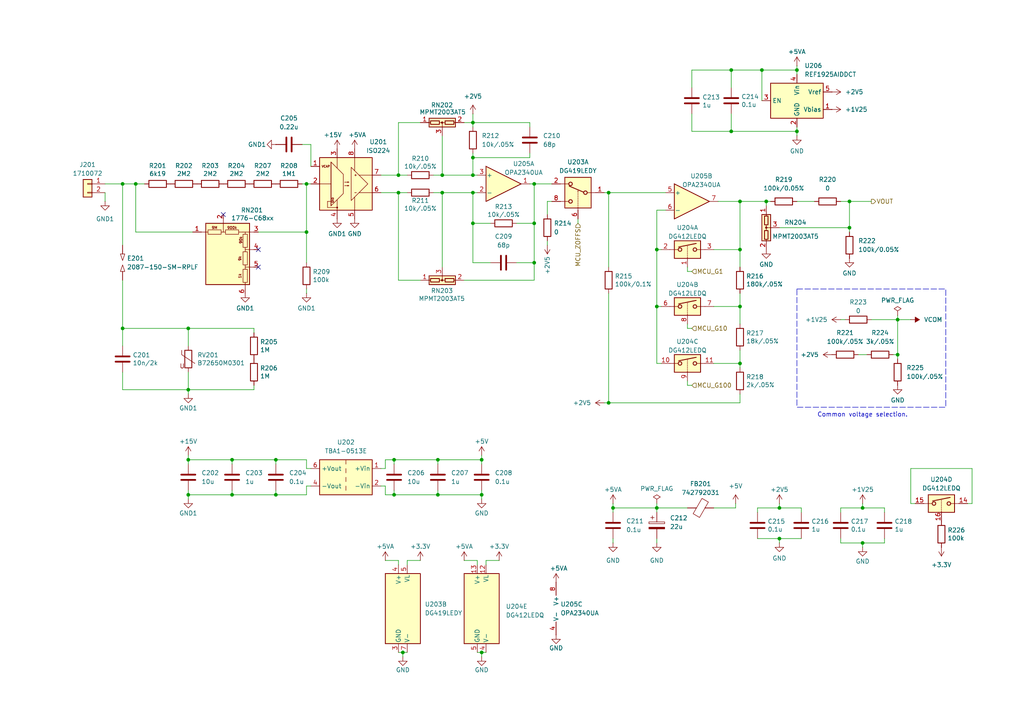
<source format=kicad_sch>
(kicad_sch (version 20231120) (generator "eeschema") (generator_version "8.0")
  (paper "A4")
  (lib_symbols
    (symbol "Amplifier_Operational:OPA2340" (pin_names (offset 0.127))
      (property "Reference" "U" (at 0 5.08 0))
      (property "Value" "OPA2340" (at 0 -5.08 0))
      (symbol "OPA2340_1_1"
        (pin output line (at 7.62 0 180) (length 2.54) (name "~") (number "1"))
        (pin input line (at -7.62 -2.54 0) (length 2.54) (name "-") (number "2"))
        (pin input line (at -7.62 2.54 0) (length 2.54) (name "+") (number "3"))
      )
      (symbol "OPA2340_2_1"
        (pin input line (at -7.62 2.54 0) (length 2.54) (name "+") (number "5"))
        (pin input line (at -7.62 -2.54 0) (length 2.54) (name "-") (number "6"))
        (pin output line (at 7.62 0 180) (length 2.54) (name "~") (number "7"))
      )
      (symbol "OPA2340_3_1"
        (pin power_in line (at -2.54 -7.62 90) (length 3.81) (name "V-") (number "4"))
        (pin power_in line (at -2.54 7.62 270) (length 3.81) (name "V+") (number "8"))
      )
    )
    (symbol "Analog_Switch:DG412xUE" (pin_names (offset 0.254))
      (property "Reference" "U" (at -3.175 5.334 0))
      (property "Value" "DG412xUE" (at -3.175 3.556 0))
      (symbol "DG412xUE_1_1"
        (pin input line (at 0 -5.08 90) (length 2.54) (name "~") (number "1"))
        (pin passive line (at -7.62 0 0) (length 2.54) (name "~") (number "2"))
        (pin passive line (at 7.62 0 180) (length 2.54) (name "~") (number "3"))
      )
      (symbol "DG412xUE_2_1"
        (pin passive line (at -7.62 0 0) (length 2.54) (name "~") (number "6"))
        (pin passive line (at 7.62 0 180) (length 2.54) (name "~") (number "7"))
        (pin input line (at 0 -5.08 90) (length 2.54) (name "~") (number "8"))
      )
      (symbol "DG412xUE_3_1"
        (pin passive line (at -7.62 0 0) (length 2.54) (name "~") (number "10"))
        (pin passive line (at 7.62 0 180) (length 2.54) (name "~") (number "11"))
        (pin input line (at 0 -5.08 90) (length 2.54) (name "~") (number "9"))
      )
      (symbol "DG412xUE_4_1"
        (pin passive line (at 7.62 0 180) (length 2.54) (name "~") (number "14"))
        (pin passive line (at -7.62 0 0) (length 2.54) (name "~") (number "15"))
        (pin input line (at 0 -5.08 90) (length 2.54) (name "~") (number "16"))
      )
      (symbol "DG412xUE_5_0"
        (pin power_in line (at 2.54 12.7 270) (length 2.54) (name "VL") (number "12"))
        (pin power_in line (at 0 12.7 270) (length 2.54) (name "V+") (number "13"))
        (pin power_in line (at 2.54 -12.7 90) (length 2.54) (name "V-") (number "4"))
        (pin power_in line (at 0 -12.7 90) (length 2.54) (name "GND") (number "5"))
      )
    )
    (symbol "Analog_Switch:DG419LDY" (pin_names (offset 0.254))
      (property "Reference" "U" (at -3.175 7.239 0))
      (property "Value" "DG419LDY" (at -3.175 5.461 0))
      (symbol "DG419LDY_1_1"
        (pin passive line (at -7.62 0 0) (length 2.54) (name "~") (number "1"))
        (pin passive line (at 7.62 2.54 180) (length 2.54) (name "~") (number "2"))
        (pin input line (at 0 -7.62 90) (length 2.54) (name "~") (number "6"))
        (pin passive line (at 7.62 -2.54 180) (length 2.54) (name "~") (number "8"))
      )
      (symbol "DG419LDY_2_0"
        (pin power_in line (at 0 -12.7 90) (length 2.54) (name "GND") (number "3"))
        (pin power_in line (at 0 12.7 270) (length 2.54) (name "V+") (number "4"))
        (pin power_in line (at 2.54 12.7 270) (length 2.54) (name "VL") (number "5"))
        (pin power_in line (at 2.54 -12.7 90) (length 2.54) (name "V-") (number "7"))
      )
    )
    (symbol "Connector_Generic:Conn_01x02" (pin_names (offset 1.016) hide)
      (property "Reference" "J" (at 0 2.54 0))
      (property "Value" "Conn_01x02" (at 0 -5.08 0))
      (symbol "Conn_01x02_1_1"
        (pin passive line (at -5.08 0 0) (length 3.81) (name "Pin_1") (number "1"))
        (pin passive line (at -5.08 -2.54 0) (length 3.81) (name "Pin_2") (number "2"))
      )
    )
    (symbol "Converter_DCDC:TBA1-0513E"
      (property "Reference" "U" (at -6.35 6.35 0))
      (property "Value" "TBA1-0513E" (at 2.54 6.35 0))
      (symbol "TBA1-0513E_1_1"
        (pin power_in line (at -10.16 2.54 0) (length 2.54) (name "+Vin") (number "1"))
        (pin power_in line (at -10.16 -2.54 0) (length 2.54) (name "-Vin") (number "2"))
        (pin power_out line (at 10.16 -2.54 180) (length 2.54) (name "-Vout") (number "4"))
        (pin power_out line (at 10.16 2.54 180) (length 2.54) (name "+Vout") (number "6"))
      )
    )
    (symbol "Device:C" (pin_numbers hide) (pin_names (offset 0.254))
      (property "Reference" "C" (at 0.635 2.54 0))
      (property "Value" "C" (at 0.635 -2.54 0))
      (symbol "C_1_1"
        (pin passive line (at 0 3.81 270) (length 2.794) (name "~") (number "1"))
        (pin passive line (at 0 -3.81 90) (length 2.794) (name "~") (number "2"))
      )
    )
    (symbol "Device:C_Polarized" (pin_numbers hide) (pin_names (offset 0.254))
      (property "Reference" "C" (at 0.635 2.54 0))
      (property "Value" "C_Polarized" (at 0.635 -2.54 0))
      (symbol "C_Polarized_1_1"
        (pin passive line (at 0 3.81 270) (length 2.794) (name "~") (number "1"))
        (pin passive line (at 0 -3.81 90) (length 2.794) (name "~") (number "2"))
      )
    )
    (symbol "Device:FerriteBead" (pin_numbers hide) (pin_names (offset 0))
      (property "Reference" "FB" (at -3.81 0.635 90))
      (property "Value" "FerriteBead" (at 3.81 0 90))
      (symbol "FerriteBead_1_1"
        (pin passive line (at 0 3.81 270) (length 2.54) (name "~") (number "1"))
        (pin passive line (at 0 -3.81 90) (length 2.54) (name "~") (number "2"))
      )
    )
    (symbol "Device:R" (pin_numbers hide) (pin_names (offset 0))
      (property "Reference" "R" (at 2.032 0 90))
      (property "Value" "R" (at 0 0 90))
      (symbol "R_1_1"
        (pin passive line (at 0 3.81 270) (length 1.27) (name "~") (number "1"))
        (pin passive line (at 0 -3.81 90) (length 1.27) (name "~") (number "2"))
      )
    )
    (symbol "Device:SparkGap" (pin_numbers hide) (pin_names (offset 0))
      (property "Reference" "E" (at 0 2.032 0))
      (property "Value" "SparkGap" (at 0 -1.905 0))
      (symbol "SparkGap_1_1"
        (pin passive line (at -5.08 0 0) (length 2.54) (name "~") (number "1"))
        (pin passive line (at 5.08 0 180) (length 2.54) (name "~") (number "2"))
      )
    )
    (symbol "Device:Varistor" (pin_numbers hide) (pin_names (offset 0))
      (property "Reference" "RV" (at 3.175 0 90))
      (property "Value" "Varistor" (at -3.175 0 90))
      (symbol "Varistor_0_0"
        (text "U" (at -1.778 -2.032 0) (effects (font (size 1.27 1.27))))
      )
      (symbol "Varistor_1_1"
        (pin passive line (at 0 3.81 270) (length 1.27) (name "~") (number "1"))
        (pin passive line (at 0 -3.81 90) (length 1.27) (name "~") (number "2"))
      )
    )
    (symbol "Device:VoltageDivider_CenterPin3" (pin_names (offset 0) hide)
      (property "Reference" "RN" (at -4.445 0 90))
      (property "Value" "VoltageDivider_CenterPin3" (at -2.54 0 90))
      (symbol "VoltageDivider_CenterPin3_1_1"
        (pin passive line (at 0 6.35 270) (length 2.54) (name "~") (number "1"))
        (pin passive line (at 0 -6.35 90) (length 2.54) (name "~") (number "2"))
        (pin passive line (at 3.81 0 180) (length 2.54) (name "~") (number "3"))
      )
    )
    (symbol "ETH1ISO224:+1V25" (power) (pin_numbers hide) (pin_names (offset 0) hide)
      (property "Value" "+1V25" (at 0 3.556 0))
      (symbol "+1V25_1_1"
        (pin power_in line (at 0 0 90) (length 0) (name "~") (number "1"))
      )
    )
    (symbol "ETH1ISO224:1776-C68xx" (pin_names (offset 0) hide)
      (property "Reference" "RN" (at 5.588 9.652 0))
      (property "Value" "1776-C68xx" (at 6.096 7.62 0))
      (symbol "1776-C68xx_1_1"
        (text "1k" (at 3.556 -8.89 900) (effects (font (size 0.762 0.762))))
        (text "900k" (at 1.27 5.08 0) (effects (font (size 0.762 0.762))))
        (text "90k" (at 3.81 1.524 900) (effects (font (size 0.762 0.762))))
        (text "9k" (at 3.556 -3.81 900) (effects (font (size 0.762 0.762))))
        (text "9M" (at -3.81 5.08 0) (effects (font (size 0.762 0.762))))
        (pin passive line (at -10.16 3.81 0) (length 2.54) (name "common") (number "1"))
        (pin passive line (at -1.27 8.89 270) (length 1.27) (name "R1") (number "2"))
        (pin passive line (at 8.89 3.81 180) (length 1.27) (name "R2") (number "3"))
        (pin passive line (at 8.89 -1.27 180) (length 1.27) (name "R3") (number "4"))
        (pin passive line (at 8.89 -6.35 180) (length 1.27) (name "R4") (number "5"))
        (pin passive line (at 5.08 -13.97 90) (length 1.27) (name "R5") (number "6"))
      )
    )
    (symbol "ETH1ISO224:ISO224" (pin_names (offset 0) hide)
      (property "Reference" "U" (at -5.08 10.795 0))
      (property "Value" "ISO224" (at -5.08 8.89 0))
      (symbol "ISO224_0_0"
        (text "GND" (at -3.81 -4.699 900) (effects (font (size 0.508 0.508))))
      )
      (symbol "ISO224_1_1"
        (text "VCAP" (at -5.842 5.08 0) (effects (font (size 0.635 0.635))))
        (pin input line (at -10.16 5.08 0) (length 2.54) (name "VCP") (number "1"))
        (pin input line (at -10.16 0 0) (length 2.54) (name "IN") (number "2"))
        (pin power_in line (at -2.54 10.16 270) (length 2.54) (name "VDD1") (number "3"))
        (pin power_in line (at -2.54 -10.16 90) (length 2.54) (name "GND1") (number "4"))
        (pin power_in line (at 2.54 -10.16 90) (length 2.54) (name "GND2") (number "5"))
        (pin output line (at 10.16 -2.54 180) (length 2.54) (name "OUT-") (number "6"))
        (pin output line (at 10.16 2.54 180) (length 2.54) (name "OUT+") (number "7"))
        (pin power_in line (at 2.54 10.16 270) (length 2.54) (name "VDD2") (number "8"))
      )
    )
    (symbol "ETH1ISO224:REF19xxAIDDCT"
      (property "Reference" "U" (at 2.54 8.89 0))
      (property "Value" "REF19xxAIDDCT" (at 1.27 6.35 0))
      (symbol "REF19xxAIDDCT_1_1"
        (pin power_out line (at 10.16 -2.54 180) (length 2.54) (name "Vbias") (number "1"))
        (pin power_in line (at 0 -7.62 90) (length 2.54) (name "GND") (number "2"))
        (pin input line (at -10.16 0 0) (length 2.54) (name "EN") (number "3"))
        (pin power_in line (at 0 7.62 270) (length 2.54) (name "Vin") (number "4"))
        (pin power_out line (at 10.16 2.54 180) (length 2.54) (name "Vref") (number "5"))
      )
    )
    (symbol "power:+15V" (power) (pin_numbers hide) (pin_names (offset 0) hide)
      (property "Value" "+15V" (at 0 3.556 0))
      (symbol "+15V_1_1"
        (pin power_in line (at 0 0 90) (length 0) (name "~") (number "1"))
      )
    )
    (symbol "power:+2V5" (power) (pin_numbers hide) (pin_names (offset 0) hide)
      (property "Value" "+2V5" (at 0 3.556 0))
      (symbol "+2V5_1_1"
        (pin power_in line (at 0 0 90) (length 0) (name "~") (number "1"))
      )
    )
    (symbol "power:+3.3V" (power) (pin_numbers hide) (pin_names (offset 0) hide)
      (property "Value" "+3.3V" (at 0 3.556 0))
      (symbol "+3.3V_1_1"
        (pin power_in line (at 0 0 90) (length 0) (name "~") (number "1"))
      )
    )
    (symbol "power:+5V" (power) (pin_numbers hide) (pin_names (offset 0) hide)
      (property "Value" "+5V" (at 0 3.556 0))
      (symbol "+5V_1_1"
        (pin power_in line (at 0 0 90) (length 0) (name "~") (number "1"))
      )
    )
    (symbol "power:+5VA" (power) (pin_numbers hide) (pin_names (offset 0) hide)
      (property "Value" "+5VA" (at 0 3.556 0))
      (symbol "+5VA_1_1"
        (pin power_in line (at 0 0 90) (length 0) (name "~") (number "1"))
      )
    )
    (symbol "power:GND" (power) (pin_numbers hide) (pin_names (offset 0) hide)
      (property "Value" "GND" (at 0 -3.81 0))
      (symbol "GND_1_1"
        (pin power_in line (at 0 0 270) (length 0) (name "~") (number "1"))
      )
    )
    (symbol "power:GND1" (power) (pin_numbers hide) (pin_names (offset 0) hide)
      (property "Value" "GND1" (at 0 -3.81 0))
      (symbol "GND1_1_1"
        (pin power_in line (at 0 0 270) (length 0) (name "~") (number "1"))
      )
    )
    (symbol "power:PWR_FLAG" (power) (pin_numbers hide) (pin_names (offset 0) hide)
      (property "Value" "PWR_FLAG" (at 0 3.81 0))
      (symbol "PWR_FLAG_0_0"
        (pin power_out line (at 0 0 90) (length 0) (name "~") (number "1"))
      )
    )
    (symbol "power:VCOM" (power) (pin_numbers hide) (pin_names (offset 0) hide)
      (property "Value" "VCOM" (at 0 3.556 0))
      (symbol "VCOM_1_1"
        (pin power_in line (at 0 0 90) (length 0) (name "~") (number "1"))
      )
    )
  )
  (junction (at 212.09 20.32))
  (junction (at 190.5 147.32))
  (junction (at 154.94 76.2))
  (junction (at 260.35 102.87))
  (junction (at 137.16 45.72))
  (junction (at 220.98 20.32))
  (junction (at 190.5 88.9))
  (junction (at 67.31 133.35))
  (junction (at 139.7 143.51))
  (junction (at 176.53 55.88))
  (junction (at 54.61 95.25))
  (junction (at 139.7 133.35))
  (junction (at 154.94 64.77))
  (junction (at 226.06 156.21))
  (junction (at 190.5 72.39))
  (junction (at 80.01 133.35))
  (junction (at 246.38 66.04))
  (junction (at 250.19 147.32))
  (junction (at 116.84 189.23))
  (junction (at 137.16 50.8))
  (junction (at 214.63 58.42))
  (junction (at 139.7 189.23))
  (junction (at 212.09 38.1))
  (junction (at 128.27 55.88))
  (junction (at 35.56 53.34))
  (junction (at 137.16 35.56))
  (junction (at 127 133.35))
  (junction (at 67.31 143.51))
  (junction (at 246.38 58.42))
  (junction (at 88.9 67.31))
  (junction (at 214.63 88.9))
  (junction (at 154.94 53.34))
  (junction (at 177.8 147.32))
  (junction (at 128.27 50.8))
  (junction (at 176.53 116.84))
  (junction (at 137.16 64.77))
  (junction (at 226.06 147.32))
  (junction (at 54.61 113.03))
  (junction (at 127 143.51))
  (junction (at 231.14 38.1))
  (junction (at 115.57 55.88))
  (junction (at 39.37 53.34))
  (junction (at 54.61 143.51))
  (junction (at 214.63 105.41))
  (junction (at 250.19 157.48))
  (junction (at 114.3 143.51))
  (junction (at 35.56 95.25))
  (junction (at 214.63 72.39))
  (junction (at 260.35 92.71))
  (junction (at 231.14 20.32))
  (junction (at 137.16 55.88))
  (junction (at 54.61 133.35))
  (junction (at 114.3 133.35))
  (junction (at 115.57 50.8))
  (junction (at 80.01 143.51))
  (junction (at 222.25 58.42))
  (junction (at 88.9 53.34))
  (no_connect (at 74.93 72.39))
  (no_connect (at 64.77 62.23))
  (no_connect (at 74.93 77.47))
  (wire (pts (xy 80.01 133.35) (xy 67.31 133.35)))
  (wire (pts (xy 137.16 44.45) (xy 137.16 45.72)))
  (wire (pts (xy 176.53 55.88) (xy 176.53 77.47)))
  (wire (pts (xy 226.06 66.04) (xy 246.38 66.04)))
  (wire (pts (xy 67.31 143.51) (xy 80.01 143.51)))
  (wire (pts (xy 260.35 104.14) (xy 260.35 102.87)))
  (wire (pts (xy 54.61 132.08) (xy 54.61 133.35)))
  (wire (pts (xy 158.75 69.85) (xy 158.75 71.12)))
  (wire (pts (xy 115.57 55.88) (xy 115.57 81.28)))
  (wire (pts (xy 137.16 33.02) (xy 137.16 35.56)))
  (wire (pts (xy 154.94 53.34) (xy 160.02 53.34)))
  (wire (pts (xy 111.76 135.89) (xy 110.49 135.89)))
  (wire (pts (xy 190.5 72.39) (xy 190.5 60.96)))
  (wire (pts (xy 35.56 81.28) (xy 35.56 95.25)))
  (wire (pts (xy 212.09 20.32) (xy 220.98 20.32)))
  (wire (pts (xy 260.35 91.44) (xy 260.35 92.71)))
  (wire (pts (xy 190.5 147.32) (xy 199.39 147.32)))
  (wire (pts (xy 175.26 116.84) (xy 176.53 116.84)))
  (wire (pts (xy 200.66 111.76) (xy 199.39 111.76)))
  (wire (pts (xy 226.06 147.32) (xy 219.71 147.32)))
  (wire (pts (xy 214.63 77.47) (xy 214.63 72.39)))
  (wire (pts (xy 121.92 35.56) (xy 115.57 35.56)))
  (wire (pts (xy 67.31 133.35) (xy 67.31 134.62)))
  (wire (pts (xy 158.75 58.42) (xy 160.02 58.42)))
  (wire (pts (xy 214.63 116.84) (xy 214.63 114.3)))
  (wire (pts (xy 138.43 162.56) (xy 134.62 162.56)))
  (wire (pts (xy 190.5 88.9) (xy 191.77 88.9)))
  (wire (pts (xy 80.01 134.62) (xy 80.01 133.35)))
  (wire (pts (xy 222.25 58.42) (xy 214.63 58.42)))
  (wire (pts (xy 243.84 58.42) (xy 246.38 58.42)))
  (wire (pts (xy 243.84 147.32) (xy 243.84 148.59)))
  (wire (pts (xy 110.49 50.8) (xy 115.57 50.8)))
  (wire (pts (xy 128.27 55.88) (xy 137.16 55.88)))
  (wire (pts (xy 80.01 133.35) (xy 88.9 133.35)))
  (wire (pts (xy 231.14 38.1) (xy 231.14 39.37)))
  (wire (pts (xy 214.63 58.42) (xy 208.28 58.42)))
  (wire (pts (xy 281.94 146.05) (xy 280.67 146.05)))
  (wire (pts (xy 260.35 102.87) (xy 260.35 92.71)))
  (wire (pts (xy 231.14 20.32) (xy 231.14 21.59)))
  (wire (pts (xy 219.71 156.21) (xy 226.06 156.21)))
  (wire (pts (xy 212.09 33.02) (xy 212.09 38.1)))
  (wire (pts (xy 158.75 62.23) (xy 158.75 58.42)))
  (wire (pts (xy 200.66 78.74) (xy 199.39 78.74)))
  (wire (pts (xy 264.16 135.89) (xy 281.94 135.89)))
  (wire (pts (xy 90.17 135.89) (xy 88.9 135.89)))
  (wire (pts (xy 213.36 146.05) (xy 213.36 147.32)))
  (wire (pts (xy 191.77 105.41) (xy 190.5 105.41)))
  (wire (pts (xy 212.09 20.32) (xy 212.09 25.4)))
  (wire (pts (xy 114.3 143.51) (xy 114.3 142.24)))
  (wire (pts (xy 144.78 162.56) (xy 140.97 162.56)))
  (wire (pts (xy 212.09 38.1) (xy 200.66 38.1)))
  (wire (pts (xy 252.73 92.71) (xy 260.35 92.71)))
  (wire (pts (xy 35.56 107.95) (xy 35.56 113.03)))
  (wire (pts (xy 207.01 88.9) (xy 214.63 88.9)))
  (wire (pts (xy 190.5 156.21) (xy 190.5 157.48)))
  (wire (pts (xy 127 133.35) (xy 127 134.62)))
  (wire (pts (xy 128.27 50.8) (xy 137.16 50.8)))
  (wire (pts (xy 177.8 146.05) (xy 177.8 147.32)))
  (wire (pts (xy 74.93 67.31) (xy 88.9 67.31)))
  (wire (pts (xy 153.67 36.83) (xy 153.67 35.56)))
  (wire (pts (xy 30.48 53.34) (xy 35.56 53.34)))
  (wire (pts (xy 250.19 157.48) (xy 250.19 158.75)))
  (wire (pts (xy 139.7 189.23) (xy 140.97 189.23)))
  (wire (pts (xy 199.39 78.74) (xy 199.39 77.47)))
  (wire (pts (xy 232.41 147.32) (xy 232.41 148.59)))
  (wire (pts (xy 116.84 189.23) (xy 118.11 189.23)))
  (wire (pts (xy 246.38 66.04) (xy 246.38 67.31)))
  (wire (pts (xy 140.97 162.56) (xy 140.97 163.83)))
  (wire (pts (xy 264.16 146.05) (xy 264.16 135.89)))
  (wire (pts (xy 137.16 45.72) (xy 137.16 50.8)))
  (wire (pts (xy 88.9 135.89) (xy 88.9 133.35)))
  (wire (pts (xy 149.86 64.77) (xy 154.94 64.77)))
  (wire (pts (xy 115.57 162.56) (xy 111.76 162.56)))
  (wire (pts (xy 246.38 66.04) (xy 246.38 58.42)))
  (wire (pts (xy 222.25 59.69) (xy 222.25 58.42)))
  (wire (pts (xy 232.41 147.32) (xy 226.06 147.32)))
  (wire (pts (xy 39.37 67.31) (xy 39.37 53.34)))
  (wire (pts (xy 54.61 143.51) (xy 67.31 143.51)))
  (wire (pts (xy 214.63 72.39) (xy 214.63 58.42)))
  (wire (pts (xy 111.76 143.51) (xy 114.3 143.51)))
  (wire (pts (xy 214.63 88.9) (xy 214.63 85.09)))
  (wire (pts (xy 207.01 72.39) (xy 214.63 72.39)))
  (wire (pts (xy 139.7 143.51) (xy 127 143.51)))
  (wire (pts (xy 121.92 81.28) (xy 115.57 81.28)))
  (wire (pts (xy 243.84 157.48) (xy 250.19 157.48)))
  (wire (pts (xy 128.27 39.37) (xy 128.27 50.8)))
  (wire (pts (xy 154.94 76.2) (xy 154.94 64.77)))
  (wire (pts (xy 134.62 35.56) (xy 137.16 35.56)))
  (wire (pts (xy 139.7 189.23) (xy 139.7 190.5)))
  (wire (pts (xy 139.7 134.62) (xy 139.7 133.35)))
  (wire (pts (xy 243.84 156.21) (xy 243.84 157.48)))
  (wire (pts (xy 256.54 156.21) (xy 256.54 157.48)))
  (wire (pts (xy 73.66 96.52) (xy 73.66 95.25)))
  (wire (pts (xy 138.43 189.23) (xy 139.7 189.23)))
  (wire (pts (xy 35.56 113.03) (xy 54.61 113.03)))
  (wire (pts (xy 137.16 45.72) (xy 153.67 45.72)))
  (wire (pts (xy 199.39 95.25) (xy 199.39 93.98)))
  (wire (pts (xy 154.94 81.28) (xy 154.94 76.2)))
  (wire (pts (xy 256.54 147.32) (xy 256.54 148.59)))
  (wire (pts (xy 243.84 147.32) (xy 250.19 147.32)))
  (wire (pts (xy 260.35 92.71) (xy 264.16 92.71)))
  (wire (pts (xy 87.63 53.34) (xy 88.9 53.34)))
  (wire (pts (xy 222.25 58.42) (xy 223.52 58.42)))
  (wire (pts (xy 226.06 156.21) (xy 226.06 157.48)))
  (wire (pts (xy 54.61 144.78) (xy 54.61 143.51)))
  (wire (pts (xy 39.37 53.34) (xy 41.91 53.34)))
  (wire (pts (xy 176.53 116.84) (xy 214.63 116.84)))
  (wire (pts (xy 54.61 113.03) (xy 73.66 113.03)))
  (wire (pts (xy 35.56 53.34) (xy 39.37 53.34)))
  (wire (pts (xy 139.7 144.78) (xy 139.7 143.51)))
  (wire (pts (xy 54.61 113.03) (xy 54.61 114.3)))
  (wire (pts (xy 90.17 140.97) (xy 88.9 140.97)))
  (wire (pts (xy 214.63 105.41) (xy 214.63 106.68)))
  (wire (pts (xy 73.66 95.25) (xy 54.61 95.25)))
  (wire (pts (xy 167.64 63.5) (xy 167.64 64.77)))
  (wire (pts (xy 220.98 20.32) (xy 231.14 20.32)))
  (wire (pts (xy 259.08 102.87) (xy 260.35 102.87)))
  (wire (pts (xy 137.16 55.88) (xy 137.16 64.77)))
  (wire (pts (xy 177.8 147.32) (xy 190.5 147.32)))
  (wire (pts (xy 111.76 140.97) (xy 110.49 140.97)))
  (wire (pts (xy 88.9 76.2) (xy 88.9 67.31)))
  (wire (pts (xy 88.9 83.82) (xy 88.9 85.09)))
  (wire (pts (xy 265.43 146.05) (xy 264.16 146.05)))
  (wire (pts (xy 207.01 105.41) (xy 214.63 105.41)))
  (wire (pts (xy 73.66 113.03) (xy 73.66 111.76)))
  (wire (pts (xy 54.61 143.51) (xy 54.61 142.24)))
  (wire (pts (xy 231.14 36.83) (xy 231.14 38.1)))
  (wire (pts (xy 54.61 133.35) (xy 54.61 134.62)))
  (wire (pts (xy 250.19 146.05) (xy 250.19 147.32)))
  (wire (pts (xy 137.16 76.2) (xy 137.16 64.77)))
  (wire (pts (xy 114.3 133.35) (xy 114.3 134.62)))
  (wire (pts (xy 190.5 60.96) (xy 193.04 60.96)))
  (wire (pts (xy 190.5 147.32) (xy 190.5 148.59)))
  (wire (pts (xy 54.61 107.95) (xy 54.61 113.03)))
  (wire (pts (xy 226.06 146.05) (xy 226.06 147.32)))
  (wire (pts (xy 153.67 35.56) (xy 137.16 35.56)))
  (wire (pts (xy 200.66 38.1) (xy 200.66 33.02)))
  (wire (pts (xy 67.31 133.35) (xy 54.61 133.35)))
  (wire (pts (xy 127 133.35) (xy 139.7 133.35)))
  (wire (pts (xy 176.53 85.09) (xy 176.53 116.84)))
  (wire (pts (xy 231.14 19.05) (xy 231.14 20.32)))
  (wire (pts (xy 142.24 76.2) (xy 137.16 76.2)))
  (wire (pts (xy 128.27 55.88) (xy 128.27 77.47)))
  (wire (pts (xy 138.43 163.83) (xy 138.43 162.56)))
  (wire (pts (xy 138.43 55.88) (xy 137.16 55.88)))
  (wire (pts (xy 200.66 20.32) (xy 212.09 20.32)))
  (wire (pts (xy 219.71 147.32) (xy 219.71 148.59)))
  (wire (pts (xy 248.92 102.87) (xy 251.46 102.87)))
  (wire (pts (xy 35.56 71.12) (xy 35.56 53.34)))
  (wire (pts (xy 177.8 148.59) (xy 177.8 147.32)))
  (wire (pts (xy 153.67 45.72) (xy 153.67 44.45)))
  (wire (pts (xy 199.39 111.76) (xy 199.39 110.49)))
  (wire (pts (xy 154.94 53.34) (xy 153.67 53.34)))
  (wire (pts (xy 190.5 105.41) (xy 190.5 88.9)))
  (wire (pts (xy 90.17 41.91) (xy 90.17 48.26)))
  (wire (pts (xy 134.62 81.28) (xy 154.94 81.28)))
  (wire (pts (xy 190.5 88.9) (xy 190.5 72.39)))
  (wire (pts (xy 54.61 95.25) (xy 35.56 95.25)))
  (wire (pts (xy 39.37 67.31) (xy 55.88 67.31)))
  (wire (pts (xy 54.61 100.33) (xy 54.61 95.25)))
  (wire (pts (xy 214.63 88.9) (xy 214.63 93.98)))
  (wire (pts (xy 88.9 67.31) (xy 88.9 53.34)))
  (wire (pts (xy 137.16 35.56) (xy 137.16 36.83)))
  (wire (pts (xy 207.01 147.32) (xy 213.36 147.32)))
  (wire (pts (xy 220.98 20.32) (xy 220.98 29.21)))
  (wire (pts (xy 118.11 162.56) (xy 118.11 163.83)))
  (wire (pts (xy 246.38 58.42) (xy 252.73 58.42)))
  (wire (pts (xy 245.11 92.71) (xy 243.84 92.71)))
  (wire (pts (xy 88.9 143.51) (xy 80.01 143.51)))
  (wire (pts (xy 190.5 72.39) (xy 191.77 72.39)))
  (wire (pts (xy 111.76 143.51) (xy 111.76 140.97)))
  (wire (pts (xy 111.76 133.35) (xy 114.3 133.35)))
  (wire (pts (xy 121.92 162.56) (xy 118.11 162.56)))
  (wire (pts (xy 114.3 133.35) (xy 127 133.35)))
  (wire (pts (xy 200.66 95.25) (xy 199.39 95.25)))
  (wire (pts (xy 110.49 55.88) (xy 115.57 55.88)))
  (wire (pts (xy 236.22 58.42) (xy 231.14 58.42)))
  (wire (pts (xy 175.26 55.88) (xy 176.53 55.88)))
  (wire (pts (xy 116.84 189.23) (xy 116.84 190.5)))
  (wire (pts (xy 115.57 163.83) (xy 115.57 162.56)))
  (wire (pts (xy 118.11 50.8) (xy 115.57 50.8)))
  (wire (pts (xy 30.48 58.42) (xy 30.48 55.88)))
  (wire (pts (xy 142.24 64.77) (xy 137.16 64.77)))
  (wire (pts (xy 138.43 50.8) (xy 137.16 50.8)))
  (wire (pts (xy 139.7 142.24) (xy 139.7 143.51)))
  (wire (pts (xy 125.73 55.88) (xy 128.27 55.88)))
  (wire (pts (xy 226.06 156.21) (xy 232.41 156.21)))
  (wire (pts (xy 67.31 142.24) (xy 67.31 143.51)))
  (wire (pts (xy 231.14 38.1) (xy 212.09 38.1)))
  (wire (pts (xy 127 143.51) (xy 114.3 143.51)))
  (wire (pts (xy 177.8 156.21) (xy 177.8 157.48)))
  (wire (pts (xy 115.57 189.23) (xy 116.84 189.23)))
  (wire (pts (xy 154.94 64.77) (xy 154.94 53.34)))
  (wire (pts (xy 250.19 147.32) (xy 256.54 147.32)))
  (wire (pts (xy 214.63 105.41) (xy 214.63 101.6)))
  (wire (pts (xy 125.73 50.8) (xy 128.27 50.8)))
  (wire (pts (xy 111.76 133.35) (xy 111.76 135.89)))
  (wire (pts (xy 281.94 135.89) (xy 281.94 146.05)))
  (wire (pts (xy 176.53 55.88) (xy 193.04 55.88)))
  (wire (pts (xy 118.11 55.88) (xy 115.57 55.88)))
  (wire (pts (xy 88.9 53.34) (xy 90.17 53.34)))
  (wire (pts (xy 250.19 157.48) (xy 256.54 157.48)))
  (wire (pts (xy 87.63 41.91) (xy 90.17 41.91)))
  (wire (pts (xy 115.57 35.56) (xy 115.57 50.8)))
  (wire (pts (xy 80.01 143.51) (xy 80.01 142.24)))
  (wire (pts (xy 127 142.24) (xy 127 143.51)))
  (wire (pts (xy 139.7 132.08) (xy 139.7 133.35)))
  (wire (pts (xy 200.66 25.4) (xy 200.66 20.32)))
  (wire (pts (xy 88.9 140.97) (xy 88.9 143.51)))
  (wire (pts (xy 35.56 95.25) (xy 35.56 100.33)))
  (wire (pts (xy 190.5 146.05) (xy 190.5 147.32)))
  (wire (pts (xy 149.86 76.2) (xy 154.94 76.2)))
  (rectangle (start 231.14 83.82) (end 274.32 118.11) (stroke (width 0) (type dash)))
  (text "Common voltage selection." (at 250.19 120.396 0) (effects (font (size 1.27 1.27))))
  (hierarchical_label "MCU_G10" (shape input) (at 200.66 95.25 0))
  (hierarchical_label "MCU_G1" (shape input) (at 200.66 78.74 0))
  (hierarchical_label "VOUT" (shape output) (at 252.73 58.42 0))
  (hierarchical_label "MCU_G100" (shape input) (at 200.66 111.76 0))
  (hierarchical_label "MCU_ZOFFS" (shape input) (at 167.64 64.77 270))
  (symbol (lib_id "power:GND") (at 190.5 157.48 0) (unit 1)
    (property "Reference" "#PWR0227" (effects (hide yes)))
    (property "Value" "GND" (at 190.5 162.56 0))
    (property "Description" "Power symbol creates a global label with name \"GND\" , ground" (effects (hide yes)))
  )
  (symbol (lib_id "Device:R") (at 60.96 53.34 270) (unit 1)
    (property "Reference" "R203" (at 60.96 48.0822 90))
    (property "Value" "2M2" (at 60.96 50.3936 90))
    (property "Footprint" "Resistor_SMD:R_1206_3216Metric_Pad1.30x1.75mm_HandSolder" (effects (hide yes)))
  )
  (symbol (lib_id "Device:VoltageDivider_CenterPin3") (at 128.27 35.56 90) (mirror x) (unit 1)
    (property "Reference" "RN202" (at 124.968 30.48 90) (effects (justify right)))
    (property "Value" "MPMT2003AT5" (at 121.666 32.512 90) (effects (justify right)))
    (property "Footprint" "Package_TO_SOT_SMD:SOT-23" (effects (hide yes)))
  )
  (symbol (lib_id "Analog_Switch:DG412xUE") (at 199.39 88.9 0) (unit 2)
    (property "Reference" "U204" (at 199.39 82.55 0))
    (property "Value" "DG412LEDQ" (at 199.39 85.09 0))
    (property "Footprint" "Package_SO:TSSOP-16_4.4x5mm_P0.65mm" (effects (hide yes)))
    (property "Datasheet" "https://datasheets.maximintegrated.com/en/ds/DG411-DG413.pdf" (effects (hide yes)))
  )
  (symbol (lib_id "Device:C") (at 232.41 152.4 0) (unit 1)
    (property "Reference" "C216" (at 235.331 151.2316 0) (effects (justify left)))
    (property "Value" "1u" (at 235.331 153.543 0) (effects (justify left)))
    (property "Footprint" "Capacitor_SMD:C_0603_1608Metric_Pad1.08x0.95mm_HandSolder" (effects (hide yes)))
  )
  (symbol (lib_id "power:GND") (at 116.84 190.5 0) (unit 1)
    (property "Reference" "#PWR0213" (effects (hide yes)))
    (property "Value" "GND" (at 116.84 194.31 0))
    (property "Description" "Power symbol creates a global label with name \"GND\" , ground" (effects (hide yes)))
  )
  (symbol (lib_id "power:+5VA") (at 231.14 19.05 0) (unit 1)
    (property "Reference" "#PWR0232" (effects (hide yes)))
    (property "Value" "+5VA" (at 231.14 14.986 0))
    (property "Description" "Power symbol creates a global label with name \"+5VA\"" (effects (hide yes)))
  )
  (symbol (lib_id "Amplifier_Operational:OPA2340") (at 163.83 176.53 0) (unit 3)
    (property "Reference" "U205" (at 162.56 175.2599 0) (effects (justify left)))
    (property "Value" "OPA2340UA" (at 162.56 177.7999 0) (effects (justify left)))
    (property "Footprint" "Package_SO:SOIC-8_3.9x4.9mm_P1.27mm" (effects (hide yes)))
    (property "Datasheet" "http://www.ti.com/lit/ds/symlink/opa4340.pdf" (effects (hide yes)))
    (property "Description" "Dual Single-Supply, Rail-to-Rail Operational Amplifiers, MicroAmplifier Series, DIP-8/SOIC-8/SSOP-8" (effects (hide yes)))
  )
  (symbol (lib_id "Device:R") (at 273.05 154.94 0) (unit 1)
    (property "Reference" "R226" (at 274.828 153.7716 0) (effects (justify left)))
    (property "Value" "100k" (at 274.828 156.083 0) (effects (justify left)))
    (property "Footprint" "Resistor_SMD:R_0603_1608Metric_Pad0.98x0.95mm_HandSolder" (effects (hide yes)))
  )
  (symbol (lib_id "power:GND1") (at 54.61 114.3 0) (unit 1)
    (property "Reference" "#PWR0202" (effects (hide yes)))
    (property "Value" "GND1" (at 54.61 118.364 0))
    (property "Description" "Power symbol creates a global label with name \"GND1\" , ground" (effects (hide yes)))
  )
  (symbol (lib_id "Device:Varistor") (at 54.61 104.14 0) (unit 1)
    (property "Reference" "RV201" (at 57.2262 102.9716 0) (effects (justify left)))
    (property "Value" "B72650M0301" (at 57.2262 105.283 0) (effects (justify left)))
    (property "Footprint" "Varistor:Varistor_Panasonic_VF" (effects (hide yes)))
    (property "Description" "Voltage dependent resistor" (effects (hide yes)))
    (property "Sim.Name" "kicad_builtin_varistor" (effects (hide yes)))
    (property "Sim.Device" "SUBCKT" (effects (hide yes)))
    (property "Sim.Pins" "1=A 2=B" (effects (hide yes)))
    (property "Sim.Params" "threshold=1k" (effects (hide yes)))
    (property "Sim.Library" "${KICAD7_SYMBOL_DIR}/Simulation_SPICE.sp" (effects (hide yes)))
  )
  (symbol (lib_id "Device:R") (at 76.2 53.34 270) (unit 1)
    (property "Reference" "R207" (at 76.2 48.0822 90))
    (property "Value" "2M2" (at 76.2 50.3936 90))
    (property "Footprint" "Resistor_SMD:R_1206_3216Metric_Pad1.30x1.75mm_HandSolder" (effects (hide yes)))
  )
  (symbol (lib_id "Device:R") (at 137.16 40.64 0) (unit 1)
    (property "Reference" "R212" (at 139.7 39.3699 0) (effects (justify left)))
    (property "Value" "10k/.05%" (at 139.7 41.9099 0) (effects (justify left)))
    (property "Footprint" "Resistor_SMD:R_0603_1608Metric_Pad0.98x0.95mm_HandSolder" (effects (hide yes)))
    (property "Description" "Resistor" (effects (hide yes)))
  )
  (symbol (lib_id "Device:R") (at 214.63 97.79 0) (unit 1)
    (property "Reference" "R217" (at 216.408 96.6216 0) (effects (justify left)))
    (property "Value" "18k/.05%" (at 216.408 98.933 0) (effects (justify left)))
    (property "Footprint" "Resistor_SMD:R_0603_1608Metric_Pad0.98x0.95mm_HandSolder" (effects (hide yes)))
  )
  (symbol (lib_id "power:GND") (at 226.06 157.48 0) (unit 1)
    (property "Reference" "#PWR0231" (effects (hide yes)))
    (property "Value" "GND" (at 226.06 161.925 0))
    (property "Description" "Power symbol creates a global label with name \"GND\" , ground" (effects (hide yes)))
  )
  (symbol (lib_id "Device:R") (at 240.03 58.42 90) (unit 1)
    (property "Reference" "R220" (at 240.03 52.07 90))
    (property "Value" "0" (at 240.03 54.61 90))
    (property "Footprint" "Resistor_SMD:R_0603_1608Metric_Pad0.98x0.95mm_HandSolder" (effects (hide yes)))
    (property "Description" "Resistor" (effects (hide yes)))
  )
  (symbol (lib_id "power:GND") (at 246.38 74.93 0) (unit 1)
    (property "Reference" "#PWR0238" (effects (hide yes)))
    (property "Value" "GND" (at 246.38 79.248 0))
    (property "Description" "Power symbol creates a global label with name \"GND\" , ground" (effects (hide yes)))
  )
  (symbol (lib_id "power:+3.3V") (at 273.05 158.75 180) (unit 1)
    (property "Reference" "#PWR0243" (effects (hide yes)))
    (property "Value" "+3.3V" (at 273.05 163.83 0))
    (property "Description" "Power symbol creates a global label with name \"+3.3V\"" (effects (hide yes)))
  )
  (symbol (lib_id "power:+5VA") (at 111.76 162.56 0) (unit 1)
    (property "Reference" "#PWR0212" (effects (hide yes)))
    (property "Value" "+5VA" (at 111.76 158.496 0))
    (property "Description" "Power symbol creates a global label with name \"+5VA\"" (effects (hide yes)))
  )
  (symbol (lib_id "power:PWR_FLAG") (at 260.35 91.44 0) (unit 1)
    (property "Reference" "#FLG0202" (effects (hide yes)))
    (property "Value" "PWR_FLAG" (at 260.35 87.122 0))
    (property "Description" "Special symbol for telling ERC where power comes from" (effects (hide yes)))
  )
  (symbol (lib_id "Device:R") (at 248.92 92.71 90) (unit 1)
    (property "Reference" "R223" (at 248.92 87.63 90))
    (property "Value" "0" (at 248.92 90.17 90))
    (property "Footprint" "Resistor_SMD:R_0603_1608Metric_Pad0.98x0.95mm_HandSolder" (effects (hide yes)))
    (property "Description" "Resistor" (effects (hide yes)))
  )
  (symbol (lib_id "power:VCOM") (at 264.16 92.71 270) (unit 1)
    (property "Reference" "#PWR0242" (effects (hide yes)))
    (property "Value" "VCOM" (at 267.97 92.7099 90) (effects (justify left)))
    (property "Description" "Power symbol creates a global label with name \"VCOM\"" (effects (hide yes)))
  )
  (symbol (lib_id "power:GND") (at 139.7 190.5 0) (unit 1)
    (property "Reference" "#PWR0219" (effects (hide yes)))
    (property "Value" "GND" (at 139.7 194.31 0))
    (property "Description" "Power symbol creates a global label with name \"GND\" , ground" (effects (hide yes)))
  )
  (symbol (lib_id "Analog_Switch:DG419LDY") (at 115.57 176.53 0) (unit 2)
    (property "Reference" "U203" (at 123.19 175.26 0) (effects (justify left)))
    (property "Value" "DG419LEDY" (at 123.19 177.8 0) (effects (justify left)))
    (property "Footprint" "Package_SO:SOIC-8_3.9x4.9mm_P1.27mm" (effects (hide yes)))
    (property "Datasheet" "https://datasheets.maximintegrated.com/en/ds/DG417-DG419.pdf" (effects (hide yes)))
  )
  (symbol (lib_id "Device:C") (at 83.82 41.91 90) (unit 1)
    (property "Reference" "C205" (at 83.82 34.29 90))
    (property "Value" "0.22u" (at 83.82 36.83 90))
    (property "Footprint" "Capacitor_SMD:C_0603_1608Metric_Pad1.08x0.95mm_HandSolder" (effects (hide yes)))
    (property "Description" "Unpolarized capacitor" (effects (hide yes)))
  )
  (symbol (lib_id "power:+5VA") (at 161.29 168.91 0) (unit 1)
    (property "Reference" "#PWR0222" (effects (hide yes)))
    (property "Value" "+5VA" (at 162.052 164.846 0))
    (property "Description" "Power symbol creates a global label with name \"+5VA\"" (effects (hide yes)))
  )
  (symbol (lib_id "Device:R") (at 227.33 58.42 90) (unit 1)
    (property "Reference" "R219" (at 227.33 52.07 90))
    (property "Value" "100k/0.05%" (at 227.33 54.61 90))
    (property "Footprint" "Resistor_SMD:R_0603_1608Metric_Pad0.98x0.95mm_HandSolder" (effects (hide yes)))
    (property "Description" "Resistor" (effects (hide yes)))
  )
  (symbol (lib_id "Device:R") (at 45.72 53.34 270) (unit 1)
    (property "Reference" "R201" (at 45.72 48.0822 90))
    (property "Value" "6k19" (at 45.72 50.3936 90))
    (property "Footprint" "Resistor_SMD:R_1206_3216Metric_Pad1.30x1.75mm_HandSolder" (effects (hide yes)))
  )
  (symbol (lib_id "Analog_Switch:DG412xUE") (at 273.05 146.05 0) (unit 4)
    (property "Reference" "U204" (at 273.05 139.065 0))
    (property "Value" "DG412LEDQ" (at 273.05 141.605 0))
    (property "Footprint" "Package_SO:TSSOP-16_4.4x5mm_P0.65mm" (effects (hide yes)))
    (property "Datasheet" "https://datasheets.maximintegrated.com/en/ds/DG411-DG413.pdf" (effects (hide yes)))
  )
  (symbol (lib_id "Device:R") (at 146.05 64.77 90) (unit 1)
    (property "Reference" "R213" (at 146.05 59.944 90))
    (property "Value" "10k/.05%" (at 146.05 62.23 90))
    (property "Footprint" "Resistor_SMD:R_0603_1608Metric_Pad0.98x0.95mm_HandSolder" (effects (hide yes)))
    (property "Description" "Resistor" (effects (hide yes)))
  )
  (symbol (lib_id "Device:R") (at 176.53 81.28 0) (unit 1)
    (property "Reference" "R215" (at 178.308 80.1116 0) (effects (justify left)))
    (property "Value" "100k/0.1%" (at 178.308 82.423 0) (effects (justify left)))
    (property "Footprint" "Resistor_SMD:R_0603_1608Metric_Pad0.98x0.95mm_HandSolder" (effects (hide yes)))
  )
  (symbol (lib_id "Analog_Switch:DG412xUE") (at 138.43 176.53 0) (unit 5)
    (property "Reference" "U204" (at 146.685 175.895 0) (effects (justify left)))
    (property "Value" "DG412LEDQ" (at 146.685 178.435 0) (effects (justify left)))
    (property "Footprint" "Package_SO:TSSOP-16_4.4x5mm_P0.65mm" (effects (hide yes)))
    (property "Datasheet" "https://datasheets.maximintegrated.com/en/ds/DG411-DG413.pdf" (effects (hide yes)))
  )
  (symbol (lib_id "Device:R") (at 73.66 107.95 0) (unit 1)
    (property "Reference" "R206" (at 75.438 106.7816 0) (effects (justify left)))
    (property "Value" "1M" (at 75.438 109.093 0) (effects (justify left)))
    (property "Footprint" "Resistor_SMD:R_1206_3216Metric_Pad1.30x1.75mm_HandSolder" (effects (hide yes)))
  )
  (symbol (lib_id "power:+2V5") (at 137.16 33.02 0) (unit 1)
    (property "Reference" "#PWR0216" (effects (hide yes)))
    (property "Value" "+2V5" (at 137.16 27.94 0))
    (property "Description" "Power symbol creates a global label with name \"+2V5\"" (effects (hide yes)))
  )
  (symbol (lib_id "Device:VoltageDivider_CenterPin3") (at 128.27 81.28 90) (unit 1)
    (property "Reference" "RN203" (at 124.968 84.328 90) (effects (justify right)))
    (property "Value" "MPMT2003AT5" (at 121.412 86.614 90) (effects (justify right)))
    (property "Footprint" "Package_TO_SOT_SMD:SOT-23" (effects (hide yes)))
  )
  (symbol (lib_id "Device:C") (at 139.7 138.43 0) (unit 1)
    (property "Reference" "C208" (at 143.51 137.1599 0) (effects (justify left)))
    (property "Value" "0.1u" (at 143.51 139.6999 0) (effects (justify left)))
    (property "Footprint" "Capacitor_SMD:C_0603_1608Metric_Pad1.08x0.95mm_HandSolder" (effects (hide yes)))
    (property "Description" "Unpolarized capacitor" (effects (hide yes)))
  )
  (symbol (lib_id "Device:FerriteBead") (at 203.2 147.32 270) (unit 1)
    (property "Reference" "FB201" (at 203.2 140.335 90))
    (property "Value" "742792031" (at 203.2 142.875 90))
    (property "Footprint" "Inductor_SMD:L_0805_2012Metric_Pad1.05x1.20mm_HandSolder" (effects (hide yes)))
  )
  (symbol (lib_id "Device:C_Polarized") (at 190.5 152.4 0) (unit 1)
    (property "Reference" "C212" (at 194.31 150.241 0) (effects (justify left)))
    (property "Value" "22u" (at 194.31 152.781 0) (effects (justify left)))
    (property "Footprint" "Capacitor_Tantalum_SMD:CP_EIA-3528-21_Kemet-B_Pad1.50x2.35mm_HandSolder" (effects (hide yes)))
  )
  (symbol (lib_id "Analog_Switch:DG412xUE") (at 199.39 105.41 0) (unit 3)
    (property "Reference" "U204" (at 199.39 99.06 0))
    (property "Value" "DG412LEDQ" (at 199.39 101.6 0))
    (property "Footprint" "Package_SO:TSSOP-16_4.4x5mm_P0.65mm" (effects (hide yes)))
    (property "Datasheet" "https://datasheets.maximintegrated.com/en/ds/DG411-DG413.pdf" (effects (hide yes)))
  )
  (symbol (lib_id "power:+2V5") (at 158.75 71.12 180) (unit 1)
    (property "Reference" "#PWR0221" (effects (hide yes)))
    (property "Value" "+2V5" (at 158.75 76.962 90))
    (property "Description" "Power symbol creates a global label with name \"+2V5\"" (effects (hide yes)))
  )
  (symbol (lib_id "Amplifier_Operational:OPA2340") (at 200.66 58.42 0) (unit 2)
    (property "Reference" "U205" (at 203.454 51.054 0))
    (property "Value" "OPA2340UA" (at 203.454 53.594 0))
    (property "Footprint" "Package_SO:SOIC-8_3.9x4.9mm_P1.27mm" (effects (hide yes)))
    (property "Datasheet" "http://www.ti.com/lit/ds/symlink/opa4340.pdf" (effects (hide yes)))
    (property "Description" "Dual Single-Supply, Rail-to-Rail Operational Amplifiers, MicroAmplifier Series, DIP-8/SOIC-8/SSOP-8" (effects (hide yes)))
  )
  (symbol (lib_id "ETH1ISO224:+1V25") (at 243.84 92.71 90) (unit 1)
    (property "Reference" "#PWR0237" (effects (hide yes)))
    (property "Value" "+1V25" (at 240.03 92.7099 90) (effects (justify left)))
    (property "Description" "Power symbol creates a global label with name \"+1V25\"" (effects (hide yes)))
  )
  (symbol (lib_id "ETH1ISO224:ISO224") (at 100.33 53.34 0) (unit 1)
    (property "Reference" "U201" (at 109.728 41.148 0))
    (property "Value" "ISO224" (at 109.728 43.688 0))
    (property "Footprint" "Package_SO:SSO-8_6.8x5.9mm_P1.27mm_Clearance8mm" (effects (hide yes)))
    (property "Datasheet" "https://www.ti.com/lit/ds/symlink/iso224.pdf?ts=1714034449271&ref_url=https%253A%252F%252Fwww.mouser.es%252F" (effects (hide yes)))
    (property "Description" "With Single-Ended Input of ±12 V and Differential Output of ±4 V" (effects (hide yes)))
  )
  (symbol (lib_id "Device:C") (at 114.3 138.43 0) (unit 1)
    (property "Reference" "C206" (at 118.11 137.1599 0) (effects (justify left)))
    (property "Value" "10u" (at 118.11 139.6999 0) (effects (justify left)))
    (property "Footprint" "Capacitor_SMD:C_1206_3216Metric_Pad1.33x1.80mm_HandSolder" (effects (hide yes)))
    (property "Description" "Unpolarized capacitor" (effects (hide yes)))
  )
  (symbol (lib_id "power:+5VA") (at 177.8 146.05 0) (unit 1)
    (property "Reference" "#PWR0225" (effects (hide yes)))
    (property "Value" "+5VA" (at 177.8 141.986 0))
    (property "Description" "Power symbol creates a global label with name \"+5VA\"" (effects (hide yes)))
  )
  (symbol (lib_id "Device:C") (at 219.71 152.4 0) (unit 1)
    (property "Reference" "C215" (at 222.631 151.2316 0) (effects (justify left)))
    (property "Value" "0.1u" (at 222.631 153.543 0) (effects (justify left)))
    (property "Footprint" "Capacitor_SMD:C_0603_1608Metric_Pad1.08x0.95mm_HandSolder" (effects (hide yes)))
  )
  (symbol (lib_id "Device:C") (at 35.56 104.14 0) (unit 1)
    (property "Reference" "C201" (at 38.481 102.9716 0) (effects (justify left)))
    (property "Value" "10n/2k" (at 38.481 105.283 0) (effects (justify left)))
    (property "Footprint" "Capacitor_SMD:C_1206_3216Metric_Pad1.33x1.80mm_HandSolder" (effects (hide yes)))
  )
  (symbol (lib_id "Device:R") (at 121.92 55.88 90) (unit 1)
    (property "Reference" "R211" (at 121.92 58.166 90))
    (property "Value" "10k/.05%" (at 121.92 60.452 90))
    (property "Footprint" "Resistor_SMD:R_0603_1608Metric_Pad0.98x0.95mm_HandSolder" (effects (hide yes)))
    (property "Description" "Resistor" (effects (hide yes)))
  )
  (symbol (lib_id "Amplifier_Operational:OPA2340") (at 146.05 53.34 0) (unit 1)
    (property "Reference" "U205" (at 151.892 47.498 0))
    (property "Value" "OPA2340UA" (at 151.892 50.038 0))
    (property "Footprint" "Package_SO:SOIC-8_3.9x4.9mm_P1.27mm" (effects (hide yes)))
    (property "Datasheet" "http://www.ti.com/lit/ds/symlink/opa4340.pdf" (effects (hide yes)))
    (property "Description" "Dual Single-Supply, Rail-to-Rail Operational Amplifiers, MicroAmplifier Series, DIP-8/SOIC-8/SSOP-8" (effects (hide yes)))
  )
  (symbol (lib_id "power:+2V5") (at 241.3 26.67 270) (unit 1)
    (property "Reference" "#PWR0234" (effects (hide yes)))
    (property "Value" "+2V5" (at 245.11 26.6699 90) (effects (justify left)))
    (property "Description" "Power symbol creates a global label with name \"+2V5\"" (effects (hide yes)))
  )
  (symbol (lib_id "Analog_Switch:DG412xUE") (at 199.39 72.39 0) (unit 1)
    (property "Reference" "U204" (at 199.39 66.04 0))
    (property "Value" "DG412LEDQ" (at 199.39 68.58 0))
    (property "Footprint" "Package_SO:TSSOP-16_4.4x5mm_P0.65mm" (effects (hide yes)))
    (property "Datasheet" "https://datasheets.maximintegrated.com/en/ds/DG411-DG413.pdf" (effects (hide yes)))
  )
  (symbol (lib_id "power:+5V") (at 139.7 132.08 0) (unit 1)
    (property "Reference" "#PWR0217" (effects (hide yes)))
    (property "Value" "+5V" (at 139.7 128.016 0))
    (property "Description" "Power symbol creates a global label with name \"+5V\"" (effects (hide yes)))
  )
  (symbol (lib_id "Device:R") (at 121.92 50.8 90) (unit 1)
    (property "Reference" "R210" (at 121.92 45.974 90))
    (property "Value" "10k/.05%" (at 121.92 48.26 90))
    (property "Footprint" "Resistor_SMD:R_0603_1608Metric_Pad0.98x0.95mm_HandSolder" (effects (hide yes)))
    (property "Description" "Resistor" (effects (hide yes)))
  )
  (symbol (lib_id "power:GND") (at 102.87 63.5 0) (unit 1)
    (property "Reference" "#PWR0211" (effects (hide yes)))
    (property "Value" "GND" (at 102.87 67.818 0))
    (property "Description" "Power symbol creates a global label with name \"GND\" , ground" (effects (hide yes)))
  )
  (symbol (lib_id "ETH1ISO224:+1V25") (at 241.3 31.75 270) (unit 1)
    (property "Reference" "#PWR0235" (effects (hide yes)))
    (property "Value" "+1V25" (at 245.11 31.7499 90) (effects (justify left)))
    (property "Description" "Power symbol creates a global label with name \"+1V25\"" (effects (hide yes)))
  )
  (symbol (lib_id "Device:R") (at 214.63 110.49 0) (unit 1)
    (property "Reference" "R218" (at 216.408 109.3216 0) (effects (justify left)))
    (property "Value" "2k/.05%" (at 216.408 111.633 0) (effects (justify left)))
    (property "Footprint" "Resistor_SMD:R_0603_1608Metric_Pad0.98x0.95mm_HandSolder" (effects (hide yes)))
  )
  (symbol (lib_id "power:GND") (at 177.8 157.48 0) (unit 1)
    (property "Reference" "#PWR0226" (effects (hide yes)))
    (property "Value" "GND" (at 177.8 162.56 0))
    (property "Description" "Power symbol creates a global label with name \"GND\" , ground" (effects (hide yes)))
  )
  (symbol (lib_id "Device:SparkGap") (at 35.56 76.2 90) (unit 1)
    (property "Reference" "E201" (at 36.83 74.9299 90) (effects (justify right)))
    (property "Value" "2087-150-SM-RPLF" (at 36.83 77.4699 90) (effects (justify right)))
    (property "Footprint" "ETH1ISO224:2087" (effects (hide yes)))
    (property "Description" "Spark gap" (effects (hide yes)))
  )
  (symbol (lib_id "power:+3.3V") (at 144.78 162.56 0) (unit 1)
    (property "Reference" "#PWR0220" (effects (hide yes)))
    (property "Value" "+3.3V" (at 144.78 158.496 0))
    (property "Description" "Power symbol creates a global label with name \"+3.3V\"" (effects (hide yes)))
  )
  (symbol (lib_id "Device:VoltageDivider_CenterPin3") (at 222.25 66.04 0) (unit 1)
    (property "Reference" "RN204" (at 233.934 64.516 0) (effects (justify right)))
    (property "Value" "MPMT2003AT5" (at 237.49 68.58 0) (effects (justify right)))
    (property "Footprint" "Package_TO_SOT_SMD:SOT-23" (effects (hide yes)))
  )
  (symbol (lib_id "Device:C") (at 146.05 76.2 90) (unit 1)
    (property "Reference" "C209" (at 146.05 68.58 90))
    (property "Value" "68p" (at 146.05 71.12 90))
    (property "Footprint" "Capacitor_SMD:C_0603_1608Metric_Pad1.08x0.95mm_HandSolder" (effects (hide yes)))
    (property "Description" "Unpolarized capacitor" (effects (hide yes)))
  )
  (symbol (lib_id "Converter_DCDC:TBA1-0513E") (at 100.33 138.43 0) (mirror y) (unit 1)
    (property "Reference" "U202" (at 100.33 128.27 0))
    (property "Value" "TBA1-0513E" (at 100.33 130.81 0))
    (property "Footprint" "Converter_DCDC:Converter_DCDC_TRACO_TBA1-xxxxE_Single_THT" (effects (hide yes)))
    (property "Datasheet" "https://www.tracopower.com/products/tba1e.pdf" (effects (hide yes)))
    (property "Description" "1W DC/DC converter unregulated, 4.5-5.5V input, 15V fixed output voltage, 66mA output, 1.5kVDC isolation, SIP-7" (effects (hide yes)))
  )
  (symbol (lib_id "Device:R") (at 246.38 71.12 180) (unit 1)
    (property "Reference" "R222" (at 248.92 69.8499 0) (effects (justify right)))
    (property "Value" "100k/0.05%" (at 248.92 72.3899 0) (effects (justify right)))
    (property "Footprint" "Resistor_SMD:R_0603_1608Metric_Pad0.98x0.95mm_HandSolder" (effects (hide yes)))
    (property "Description" "Resistor" (effects (hide yes)))
  )
  (symbol (lib_id "ETH1ISO224:REF19xxAIDDCT") (at 231.14 29.21 0) (unit 1)
    (property "Reference" "U206" (at 233.3341 19.05 0) (effects (justify left)))
    (property "Value" "REF1925AIDDCT" (at 233.3341 21.59 0) (effects (justify left)))
    (property "Footprint" "Package_TO_SOT_SMD:SOT-23-5_HandSoldering" (effects (hide yes)))
    (property "Datasheet" "https://www.ti.com/lit/ds/symlink/ref1941.pdf?ts=1711096403483&ref_url=https%253A%252F%252Fwww.mouser.it%252F" (effects (hide yes)))
    (property "Description" "Precision voltage references, DIP-8/SO-8/TSSOP-8" (effects (hide yes)))
  )
  (symbol (lib_id "power:+5VA") (at 102.87 43.18 0) (unit 1)
    (property "Reference" "#PWR0210" (effects (hide yes)))
    (property "Value" "+5VA" (at 103.632 39.116 0))
    (property "Description" "Power symbol creates a global label with name \"+5VA\"" (effects (hide yes)))
  )
  (symbol (lib_id "power:GND1") (at 71.12 85.09 0) (unit 1)
    (property "Reference" "#PWR0205" (effects (hide yes)))
    (property "Value" "GND1" (at 71.12 89.408 0))
    (property "Description" "Power symbol creates a global label with name \"GND1\" , ground" (effects (hide yes)))
  )
  (symbol (lib_id "power:+5VA") (at 134.62 162.56 0) (unit 1)
    (property "Reference" "#PWR0215" (effects (hide yes)))
    (property "Value" "+5VA" (at 134.62 158.496 0))
    (property "Description" "Power symbol creates a global label with name \"+5VA\"" (effects (hide yes)))
  )
  (symbol (lib_id "Device:C") (at 256.54 152.4 0) (unit 1)
    (property "Reference" "C218" (at 259.461 151.2316 0) (effects (justify left)))
    (property "Value" "1u" (at 259.461 153.543 0) (effects (justify left)))
    (property "Footprint" "Capacitor_SMD:C_0603_1608Metric_Pad1.08x0.95mm_HandSolder" (effects (hide yes)))
  )
  (symbol (lib_id "power:GND") (at 161.29 184.15 0) (unit 1)
    (property "Reference" "#PWR0223" (effects (hide yes)))
    (property "Value" "GND" (at 161.29 187.96 0))
    (property "Description" "Power symbol creates a global label with name \"GND\" , ground" (effects (hide yes)))
  )
  (symbol (lib_id "Connector_Generic:Conn_01x02") (at 25.4 53.34 0) (mirror y) (unit 1)
    (property "Reference" "J201" (at 25.4 47.752 0))
    (property "Value" "1710072" (at 25.4 50.292 0))
    (property "Footprint" "ETH1ISO224:1710072" (effects (hide yes)))
  )
  (symbol (lib_id "power:GND") (at 260.35 111.76 0) (unit 1)
    (property "Reference" "#PWR0241" (effects (hide yes)))
    (property "Value" "GND" (at 260.35 116.078 0))
    (property "Description" "Power symbol creates a global label with name \"GND\" , ground" (effects (hide yes)))
  )
  (symbol (lib_id "ETH1ISO224:1776-C68xx") (at 66.04 71.12 0) (unit 1)
    (property "Reference" "RN201" (at 69.85 60.96 0) (effects (justify left)))
    (property "Value" "1776-C68xx" (at 67.056 63.246 0) (effects (justify left)))
    (property "Footprint" "ETH1ISO224:1776-C68xx" (effects (hide yes)))
    (property "Description" "Type 1776 Precision Decade Resistor Voltage Dividers" (effects (hide yes)))
  )
  (symbol (lib_id "power:GND1") (at 97.79 63.5 0) (unit 1)
    (property "Reference" "#PWR0209" (effects (hide yes)))
    (property "Value" "GND1" (at 97.79 67.818 0))
    (property "Description" "Power symbol creates a global label with name \"GND1\" , ground" (effects (hide yes)))
  )
  (symbol (lib_id "Device:C") (at 67.31 138.43 0) (unit 1)
    (property "Reference" "C203" (at 71.12 137.1599 0) (effects (justify left)))
    (property "Value" "1u" (at 71.12 139.6999 0) (effects (justify left)))
    (property "Footprint" "Capacitor_SMD:C_0603_1608Metric_Pad1.08x0.95mm_HandSolder" (effects (hide yes)))
    (property "Description" "Unpolarized capacitor" (effects (hide yes)))
  )
  (symbol (lib_id "power:PWR_FLAG") (at 190.5 146.05 0) (unit 1)
    (property "Reference" "#FLG0201" (effects (hide yes)))
    (property "Value" "PWR_FLAG" (at 190.5 141.732 0))
    (property "Description" "Special symbol for telling ERC where power comes from" (effects (hide yes)))
  )
  (symbol (lib_id "power:+2V5") (at 226.06 146.05 0) (unit 1)
    (property "Reference" "#PWR0230" (effects (hide yes)))
    (property "Value" "+2V5" (at 226.06 141.986 0))
    (property "Description" "Power symbol creates a global label with name \"+2V5\"" (effects (hide yes)))
  )
  (symbol (lib_id "Device:R") (at 260.35 107.95 180) (unit 1)
    (property "Reference" "R225" (at 262.89 106.6799 0) (effects (justify right)))
    (property "Value" "100k/.05%" (at 262.89 109.2199 0) (effects (justify right)))
    (property "Footprint" "Resistor_SMD:R_0603_1608Metric_Pad0.98x0.95mm_HandSolder" (effects (hide yes)))
    (property "Description" "Resistor" (effects (hide yes)))
  )
  (symbol (lib_id "power:GND1") (at 54.61 144.78 0) (unit 1)
    (property "Reference" "#PWR0204" (effects (hide yes)))
    (property "Value" "GND1" (at 54.61 148.844 0))
    (property "Description" "Power symbol creates a global label with name \"GND1\" , ground" (effects (hide yes)))
  )
  (symbol (lib_id "power:+5V") (at 213.36 146.05 0) (unit 1)
    (property "Reference" "#PWR0228" (effects (hide yes)))
    (property "Value" "+5V" (at 213.36 140.97 0))
    (property "Description" "Power symbol creates a global label with name \"+5V\"" (effects (hide yes)))
  )
  (symbol (lib_id "power:GND") (at 139.7 144.78 0) (unit 1)
    (property "Reference" "#PWR0218" (effects (hide yes)))
    (property "Value" "GND" (at 139.7 148.844 0))
    (property "Description" "Power symbol creates a global label with name \"GND\" , ground" (effects (hide yes)))
  )
  (symbol (lib_id "power:+3.3V") (at 121.92 162.56 0) (unit 1)
    (property "Reference" "#PWR0214" (effects (hide yes)))
    (property "Value" "+3.3V" (at 121.92 158.496 0))
    (property "Description" "Power symbol creates a global label with name \"+3.3V\"" (effects (hide yes)))
  )
  (symbol (lib_id "power:+2V5") (at 241.3 102.87 90) (unit 1)
    (property "Reference" "#PWR0236" (effects (hide yes)))
    (property "Value" "+2V5" (at 237.49 102.8699 90) (effects (justify left)))
    (property "Description" "Power symbol creates a global label with name \"+2V5\"" (effects (hide yes)))
  )
  (symbol (lib_id "Device:C") (at 243.84 152.4 0) (unit 1)
    (property "Reference" "C217" (at 246.761 151.2316 0) (effects (justify left)))
    (property "Value" "0.1u" (at 246.761 153.543 0) (effects (justify left)))
    (property "Footprint" "Capacitor_SMD:C_0603_1608Metric_Pad1.08x0.95mm_HandSolder" (effects (hide yes)))
  )
  (symbol (lib_id "Device:C") (at 177.8 152.4 0) (unit 1)
    (property "Reference" "C211" (at 181.61 151.13 0) (effects (justify left)))
    (property "Value" "0.1u" (at 181.61 153.67 0) (effects (justify left)))
    (property "Footprint" "Capacitor_SMD:C_0603_1608Metric_Pad1.08x0.95mm_HandSolder" (effects (hide yes)))
  )
  (symbol (lib_id "Device:R") (at 53.34 53.34 270) (unit 1)
    (property "Reference" "R202" (at 53.34 48.0822 90))
    (property "Value" "2M2" (at 53.34 50.3936 90))
    (property "Footprint" "Resistor_SMD:R_1206_3216Metric_Pad1.30x1.75mm_HandSolder" (effects (hide yes)))
  )
  (symbol (lib_id "power:GND1") (at 88.9 85.09 0) (unit 1)
    (property "Reference" "#PWR0207" (effects (hide yes)))
    (property "Value" "GND1" (at 88.9 89.408 0))
    (property "Description" "Power symbol creates a global label with name \"GND1\" , ground" (effects (hide yes)))
  )
  (symbol (lib_id "power:GND") (at 231.14 39.37 0) (unit 1)
    (property "Reference" "#PWR0233" (effects (hide yes)))
    (property "Value" "GND" (at 231.14 43.815 0))
    (property "Description" "Power symbol creates a global label with name \"GND\" , ground" (effects (hide yes)))
  )
  (symbol (lib_id "Device:C") (at 127 138.43 0) (unit 1)
    (property "Reference" "C207" (at 130.81 137.1599 0) (effects (justify left)))
    (property "Value" "1u" (at 130.81 139.6999 0) (effects (justify left)))
    (property "Footprint" "Capacitor_SMD:C_0603_1608Metric_Pad1.08x0.95mm_HandSolder" (effects (hide yes)))
    (property "Description" "Unpolarized capacitor" (effects (hide yes)))
  )
  (symbol (lib_id "Device:R") (at 158.75 66.04 0) (unit 1)
    (property "Reference" "R214" (at 160.655 64.77 0) (effects (justify left)))
    (property "Value" "0" (at 160.655 67.31 0) (effects (justify left)))
    (property "Footprint" "Resistor_SMD:R_0603_1608Metric_Pad0.98x0.95mm_HandSolder" (effects (hide yes)))
  )
  (symbol (lib_id "power:+15V") (at 54.61 132.08 0) (unit 1)
    (property "Reference" "#PWR0203" (effects (hide yes)))
    (property "Value" "+15V" (at 54.61 128.016 0))
    (property "Description" "Power symbol creates a global label with name \"+15V\"" (effects (hide yes)))
  )
  (symbol (lib_id "Device:R") (at 245.11 102.87 90) (unit 1)
    (property "Reference" "R221" (at 245.11 96.52 90))
    (property "Value" "100k/.05%" (at 245.11 99.06 90))
    (property "Footprint" "Resistor_SMD:R_0603_1608Metric_Pad0.98x0.95mm_HandSolder" (effects (hide yes)))
    (property "Description" "Resistor" (effects (hide yes)))
  )
  (symbol (lib_id "power:GND") (at 222.25 72.39 0) (unit 1)
    (property "Reference" "#PWR0229" (effects (hide yes)))
    (property "Value" "GND" (at 222.25 76.708 0))
    (property "Description" "Power symbol creates a global label with name \"GND\" , ground" (effects (hide yes)))
  )
  (symbol (lib_id "Device:C") (at 80.01 138.43 0) (unit 1)
    (property "Reference" "C204" (at 83.82 137.1599 0) (effects (justify left)))
    (property "Value" "0.1u" (at 83.82 139.6999 0) (effects (justify left)))
    (property "Footprint" "Capacitor_SMD:C_0603_1608Metric_Pad1.08x0.95mm_HandSolder" (effects (hide yes)))
    (property "Description" "Unpolarized capacitor" (effects (hide yes)))
  )
  (symbol (lib_id "Analog_Switch:DG419LDY") (at 167.64 55.88 0) (mirror y) (unit 1)
    (property "Reference" "U203" (at 167.64 46.99 0))
    (property "Value" "DG419LEDY" (at 167.64 49.53 0))
    (property "Footprint" "Package_SO:SOIC-8_3.9x4.9mm_P1.27mm" (effects (hide yes)))
    (property "Datasheet" "https://datasheets.maximintegrated.com/en/ds/DG417-DG419.pdf" (effects (hide yes)))
  )
  (symbol (lib_id "Device:C") (at 54.61 138.43 0) (unit 1)
    (property "Reference" "C202" (at 58.42 137.1599 0) (effects (justify left)))
    (property "Value" "10u" (at 58.42 139.6999 0) (effects (justify left)))
    (property "Footprint" "Capacitor_SMD:C_1206_3216Metric_Pad1.33x1.80mm_HandSolder" (effects (hide yes)))
    (property "Description" "Unpolarized capacitor" (effects (hide yes)))
  )
  (symbol (lib_id "ETH1ISO224:+1V25") (at 250.19 146.05 0) (unit 1)
    (property "Reference" "#PWR0239" (effects (hide yes)))
    (property "Value" "+1V25" (at 250.19 141.986 0))
    (property "Description" "Power symbol creates a global label with name \"+1V25\"" (effects (hide yes)))
  )
  (symbol (lib_id "Device:R") (at 255.27 102.87 90) (unit 1)
    (property "Reference" "R224" (at 255.27 96.52 90))
    (property "Value" "3k/.05%" (at 255.27 99.06 90))
    (property "Footprint" "Resistor_SMD:R_0603_1608Metric_Pad0.98x0.95mm_HandSolder" (effects (hide yes)))
    (property "Description" "Resistor" (effects (hide yes)))
  )
  (symbol (lib_id "power:+2V5") (at 175.26 116.84 90) (unit 1)
    (property "Reference" "#PWR0224" (effects (hide yes)))
    (property "Value" "+2V5" (at 171.45 116.8399 90) (effects (justify left)))
    (property "Description" "Power symbol creates a global label with name \"+2V5\"" (effects (hide yes)))
  )
  (symbol (lib_id "Device:R") (at 214.63 81.28 0) (unit 1)
    (property "Reference" "R216" (at 216.408 80.1116 0) (effects (justify left)))
    (property "Value" "180k/.05%" (at 216.408 82.423 0) (effects (justify left)))
    (property "Footprint" "Resistor_SMD:R_0603_1608Metric_Pad0.98x0.95mm_HandSolder" (effects (hide yes)))
  )
  (symbol (lib_id "power:GND") (at 250.19 158.75 0) (unit 1)
    (property "Reference" "#PWR0240" (effects (hide yes)))
    (property "Value" "GND" (at 250.19 162.814 0))
    (property "Description" "Power symbol creates a global label with name \"GND\" , ground" (effects (hide yes)))
  )
  (symbol (lib_id "Device:C") (at 153.67 40.64 180) (unit 1)
    (property "Reference" "C210" (at 157.48 39.3699 0) (effects (justify right)))
    (property "Value" "68p" (at 157.48 41.9099 0) (effects (justify right)))
    (property "Footprint" "Capacitor_SMD:C_0603_1608Metric_Pad1.08x0.95mm_HandSolder" (effects (hide yes)))
    (property "Description" "Unpolarized capacitor" (effects (hide yes)))
  )
  (symbol (lib_id "power:GND1") (at 30.48 58.42 0) (unit 1)
    (property "Reference" "#PWR0201" (effects (hide yes)))
    (property "Value" "GND1" (at 30.48 63.5 0))
    (property "Description" "Power symbol creates a global label with name \"GND1\" , ground" (effects (hide yes)))
  )
  (symbol (lib_id "Device:R") (at 68.58 53.34 270) (unit 1)
    (property "Reference" "R204" (at 68.58 48.0822 90))
    (property "Value" "2M2" (at 68.58 50.3936 90))
    (property "Footprint" "Resistor_SMD:R_1206_3216Metric_Pad1.30x1.75mm_HandSolder" (effects (hide yes)))
  )
  (symbol (lib_id "Device:C") (at 200.66 29.21 0) (unit 1)
    (property "Reference" "C213" (at 203.708 28.194 0) (effects (justify left)))
    (property "Value" "1u" (at 203.708 30.5054 0) (effects (justify left)))
    (property "Footprint" "Capacitor_SMD:C_0603_1608Metric_Pad1.08x0.95mm_HandSolder" (effects (hide yes)))
  )
  (symbol (lib_id "Device:R") (at 88.9 80.01 180) (unit 1)
    (property "Reference" "R209" (at 90.678 78.8416 0) (effects (justify right)))
    (property "Value" "100k" (at 90.678 81.153 0) (effects (justify right)))
    (property "Footprint" "Resistor_SMD:R_1206_3216Metric_Pad1.30x1.75mm_HandSolder" (effects (hide yes)))
  )
  (symbol (lib_id "Device:R") (at 83.82 53.34 270) (unit 1)
    (property "Reference" "R208" (at 83.82 48.0822 90))
    (property "Value" "1M1" (at 83.82 50.3936 90))
    (property "Footprint" "Resistor_SMD:R_1206_3216Metric_Pad1.30x1.75mm_HandSolder" (effects (hide yes)))
  )
  (symbol (lib_id "Device:C") (at 212.09 29.21 0) (unit 1)
    (property "Reference" "C214" (at 215.011 28.0416 0) (effects (justify left)))
    (property "Value" "0.1u" (at 215.011 30.353 0) (effects (justify left)))
    (property "Footprint" "Capacitor_SMD:C_0603_1608Metric_Pad1.08x0.95mm_HandSolder" (effects (hide yes)))
  )
  (symbol (lib_id "power:GND1") (at 80.01 41.91 270) (unit 1)
    (property "Reference" "#PWR0206" (effects (hide yes)))
    (property "Value" "GND1" (at 77.216 41.91 90) (effects (justify right)))
    (property "Description" "Power symbol creates a global label with name \"GND1\" , ground" (effects (hide yes)))
  )
  (symbol (lib_id "power:+15V") (at 97.79 43.18 0) (unit 1)
    (property "Reference" "#PWR0208" (effects (hide yes)))
    (property "Value" "+15V" (at 96.52 39.116 0))
    (property "Description" "Power symbol creates a global label with name \"+15V\"" (effects (hide yes)))
  )
  (symbol (lib_id "Device:R") (at 73.66 100.33 0) (unit 1)
    (property "Reference" "R205" (at 75.438 99.1616 0) (effects (justify left)))
    (property "Value" "1M" (at 75.438 101.473 0) (effects (justify left)))
    (property "Footprint" "Resistor_SMD:R_1206_3216Metric_Pad1.30x1.75mm_HandSolder" (effects (hide yes)))
  )
)
</source>
